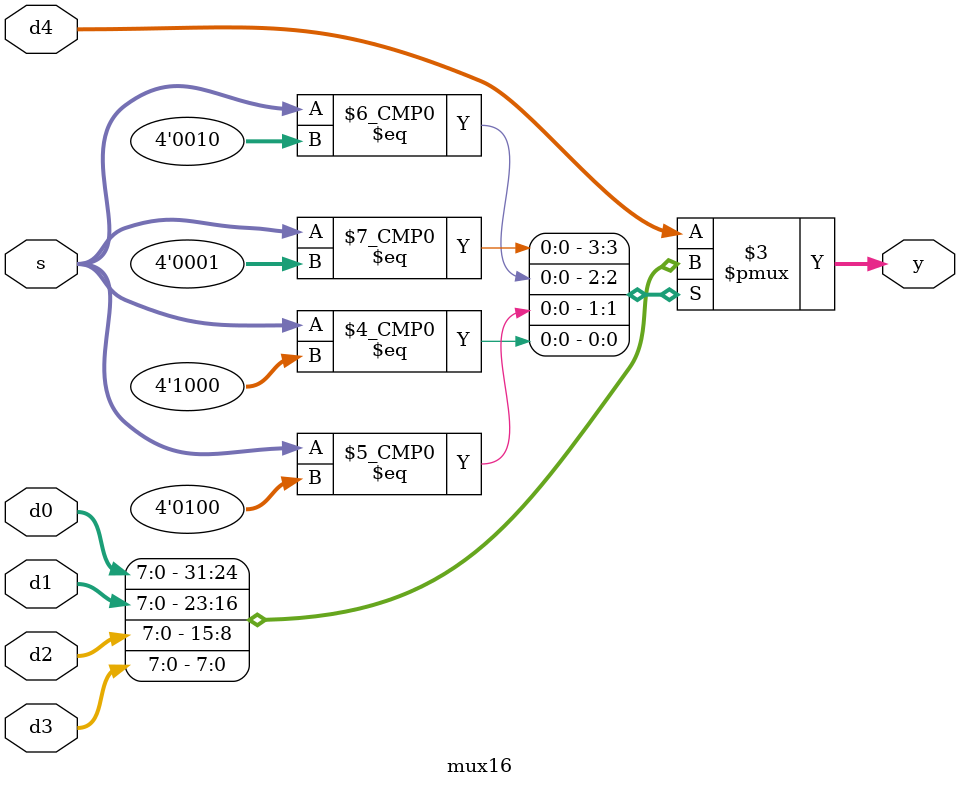
<source format=sv>

/* verilator lint_off DECLFILENAME */

module mux2 #(parameter WIDTH = 8) (
  input  logic [WIDTH-1:0] d0, d1, 
  input  logic             s, 
  output logic [WIDTH-1:0] y);

  assign y = s ? d1 : d0; 
endmodule

module mux3 #(parameter WIDTH = 8) (
  input  logic [WIDTH-1:0] d0, d1, d2,
  input  logic [1:0]       s, 
  output logic [WIDTH-1:0] y);

  assign y = s[1] ? d2 : (s[0] ? d1 : d0); // exclusion-tag: mux3
endmodule

module mux4 #(parameter WIDTH = 8) (
  input  logic [WIDTH-1:0] d0, d1, d2, d3,
  input  logic [1:0]       s, 
  output logic [WIDTH-1:0] y);

  assign y = s[1] ? (s[0] ? d3 : d2) : (s[0] ? d1 : d0); 
endmodule

module mux5 #(parameter WIDTH = 8) (
  input  logic [WIDTH-1:0] d0, d1, d2, d3, d4,
  input  logic [2:0]       s, 
  output logic [WIDTH-1:0] y);

  assign y = s[2] ? d4 : (s[1] ? (s[0] ? d3 : d2) : (s[0] ? d1 : d0)); 
endmodule

module mux6 #(parameter WIDTH = 8) (
  input  logic [WIDTH-1:0] d0, d1, d2, d3, d4, d5,
  input  logic [2:0]       s, 
  output logic [WIDTH-1:0] y);

  assign y = s[2] ? (s[0] ? d5 : d4) : (s[1] ? (s[0] ? d3 : d2) : (s[0] ? d1 : d0)); 
endmodule

module mux16 #(parameter WIDTH = 8)
   (input logic [WIDTH-1:0] d0, d1, d2, d3, d4, input [3:0] s,
    output logic [WIDTH-1:0] y);

   always_comb
     case(s)
       4'b0001: y = d0;
       4'b0010: y = d1;
       4'b0100: y = d2;
       4'b1000: y = d3;
       default: y = d4;
     endcase // case (s)
endmodule // mux16

/* verilator lint_on DECLFILENAME */

</source>
